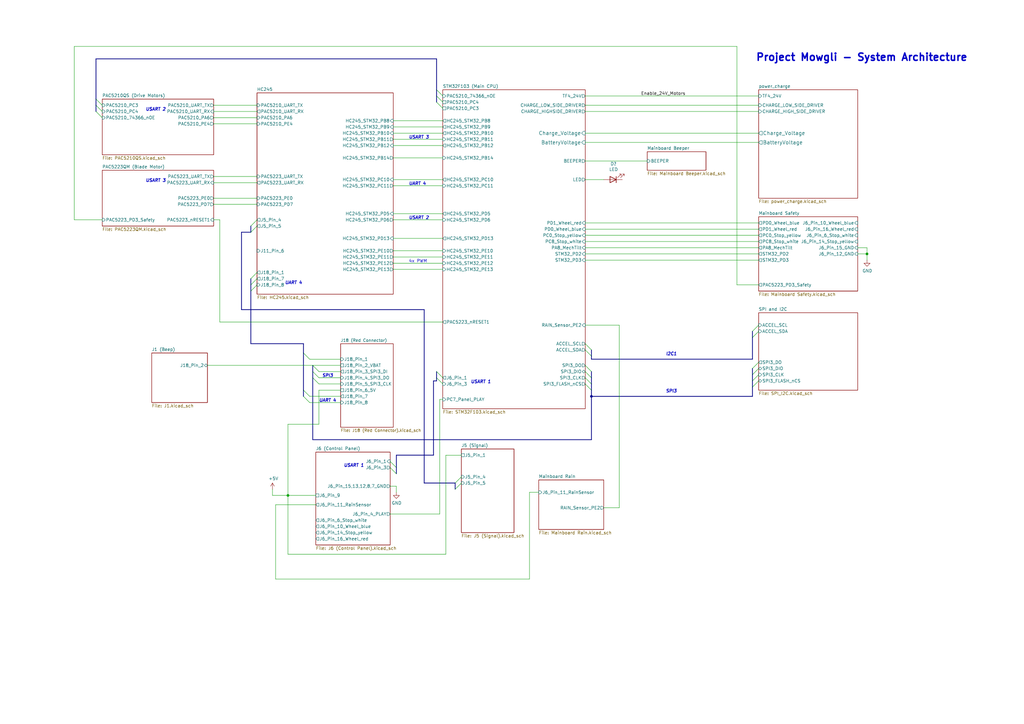
<source format=kicad_sch>
(kicad_sch (version 20211123) (generator eeschema)
  (paper "A3")
  (title_block (title "Project Mowgli") (date "2022-05-22") (rev "1.0.1") (comment 1 "(c) CyberNet / cn@warp.at") (comment 2 "https://github.com/cloudn1ne/Mowgli"))
  (lib_symbols
    (symbol "Device:LED" (pin_numbers hide) (pin_names (offset 1.016) hide)
      (property "Reference" "D" (at 0 2.54 0))
      (property "Value" "LED" (at 0 -2.54 0))
      (symbol "LED_0_1"
        (polyline (pts (xy -1.27 -1.27) (xy -1.27 1.27)) (stroke (width 0.254)))
        (polyline (pts (xy -1.27 0) (xy 1.27 0)))
        (polyline (pts (xy 1.27 -1.27) (xy 1.27 1.27) (xy -1.27 0) (xy 1.27 -1.27)) (stroke (width 0.254)))
        (polyline (pts (xy -3.048 -0.762) (xy -4.572 -2.286) (xy -3.81 -2.286) (xy -4.572 -2.286) (xy -4.572 -1.524)))
        (polyline (pts (xy -1.778 -0.762) (xy -3.302 -2.286) (xy -2.54 -2.286) (xy -3.302 -2.286) (xy -3.302 -1.524)))
      )
      (symbol "LED_1_1"
        (pin passive line (at -3.81 0 0) (length 2.54) (name "K") (number "1"))
        (pin passive line (at 3.81 0 180) (length 2.54) (name "A") (number "2"))
      )
    )
    (symbol "power:+5V" (power) (pin_names (offset 0))
      (property "Value" "+5V" (at 0 3.556 0))
      (symbol "+5V_0_1"
        (polyline (pts (xy -0.762 1.27) (xy 0 2.54)))
        (polyline (pts (xy 0 0) (xy 0 2.54)))
        (polyline (pts (xy 0 2.54) (xy 0.762 1.27)))
      )
      (symbol "+5V_1_1"
        (pin power_in line (at 0 0 90) (length 0) hide (name "+5V") (number "1"))
      )
    )
    (symbol "power:GND" (power) (pin_names (offset 0))
      (property "Value" "GND" (at 0 -3.81 0))
      (symbol "GND_0_1"
        (polyline (pts (xy 0 0) (xy 0 -1.27) (xy 1.27 -1.27) (xy 0 -2.54) (xy -1.27 -1.27) (xy 0 -1.27)))
      )
      (symbol "GND_1_1"
        (pin power_in line (at 0 0 270) (length 0) hide (name "GND") (number "1"))
      )
    )
  )
  (junction (at 242.57 162.56))
  (junction (at 118.11 203.2))
  (junction (at 355.6 104.14))
  (bus_entry (at 308.61 138.43) (size 2.54 -2.54))
  (bus_entry (at 179.07 39.37) (size 2.54 2.54))
  (bus_entry (at 102.87 114.3) (size 2.54 -2.54))
  (bus_entry (at 128.27 152.4) (size 2.54 2.54))
  (bus_entry (at 179.07 41.91) (size 2.54 2.54))
  (bus_entry (at 179.07 154.94) (size 2.54 2.54))
  (bus_entry (at 160.02 191.77) (size 2.54 2.54))
  (bus_entry (at 240.03 143.51) (size 2.54 2.54))
  (bus_entry (at 102.87 116.84) (size 2.54 -2.54))
  (bus_entry (at 240.03 154.94) (size 2.54 2.54))
  (bus_entry (at 240.03 152.4) (size 2.54 2.54))
  (bus_entry (at 308.61 153.67) (size 2.54 -2.54))
  (bus_entry (at 128.27 154.94) (size 2.54 2.54))
  (bus_entry (at 160.02 189.23) (size 2.54 2.54))
  (bus_entry (at 240.03 140.97) (size 2.54 2.54))
  (bus_entry (at 240.03 149.86) (size 2.54 2.54))
  (bus_entry (at 124.46 162.56) (size 2.54 2.54))
  (bus_entry (at 39.37 45.72) (size 2.54 2.54))
  (bus_entry (at 127 147.32) (size -2.54 -2.54))
  (bus_entry (at 308.61 156.21) (size 2.54 -2.54))
  (bus_entry (at 128.27 149.86) (size 2.54 2.54))
  (bus_entry (at 39.37 43.18) (size 2.54 2.54))
  (bus_entry (at 186.69 200.66) (size 2.54 -2.54))
  (bus_entry (at 124.46 160.02) (size 2.54 2.54))
  (bus_entry (at 102.87 119.38) (size 2.54 -2.54))
  (bus_entry (at 308.61 158.75) (size 2.54 -2.54))
  (bus_entry (at 240.03 157.48) (size 2.54 2.54))
  (bus_entry (at 102.87 92.71) (size 2.54 -2.54))
  (bus_entry (at 179.07 152.4) (size 2.54 2.54))
  (bus_entry (at 186.69 198.12) (size 2.54 -2.54))
  (bus_entry (at 308.61 135.89) (size 2.54 -2.54))
  (bus_entry (at 179.07 36.83) (size 2.54 2.54))
  (bus_entry (at 39.37 40.64) (size 2.54 2.54))
  (bus_entry (at 308.61 151.13) (size 2.54 -2.54))
  (bus_entry (at 102.87 95.25) (size 2.54 -2.54))
  (wire (pts (xy 139.7 147.32) (xy 127 147.32)))
  (bus (pts (xy 179.07 36.83) (xy 179.07 39.37)))
  (wire (pts (xy 217.17 237.49) (xy 113.03 237.49)))
  (wire (pts (xy 182.88 227.33) (xy 118.11 227.33)))
  (bus (pts (xy 173.99 198.12) (xy 173.99 127)))
  (bus (pts (xy 124.46 160.02) (xy 124.46 162.56)))
  (wire (pts (xy 105.41 83.82) (xy 87.63 83.82)))
  (bus (pts (xy 308.61 162.56) (xy 242.57 162.56)))
  (wire (pts (xy 240.03 39.37) (xy 311.15 39.37)))
  (wire (pts (xy 182.88 186.69) (xy 182.88 227.33)))
  (wire (pts (xy 217.17 201.93) (xy 217.17 237.49)))
  (wire (pts (xy 139.7 152.4) (xy 130.81 152.4)))
  (bus (pts (xy 177.8 186.69) (xy 177.8 156.21)))
  (wire (pts (xy 311.15 116.84) (xy 302.26 116.84)))
  (bus (pts (xy 242.57 147.32) (xy 308.61 147.32)))
  (bus (pts (xy 186.69 200.66) (xy 186.69 198.12)))
  (bus (pts (xy 102.87 140.97) (xy 124.46 140.97)))
  (wire (pts (xy 113.03 207.01) (xy 113.03 237.49)))
  (bus (pts (xy 179.07 154.94) (xy 179.07 156.21)))
  (wire (pts (xy 161.29 107.95) (xy 181.61 107.95)))
  (wire (pts (xy 161.29 57.15) (xy 181.61 57.15)))
  (wire (pts (xy 139.7 157.48) (xy 130.81 157.48)))
  (bus (pts (xy 128.27 149.86) (xy 128.27 152.4)))
  (bus (pts (xy 242.57 180.34) (xy 128.27 180.34)))
  (wire (pts (xy 118.11 227.33) (xy 118.11 203.2)))
  (bus (pts (xy 308.61 158.75) (xy 308.61 162.56)))
  (bus (pts (xy 242.57 160.02) (xy 242.57 162.56)))
  (wire (pts (xy 129.54 203.2) (xy 118.11 203.2)))
  (wire (pts (xy 161.29 64.77) (xy 181.61 64.77)))
  (wire (pts (xy 247.65 73.66) (xy 240.03 73.66)))
  (wire (pts (xy 240.03 66.04) (xy 265.43 66.04)))
  (wire (pts (xy 311.15 96.52) (xy 240.03 96.52)))
  (wire (pts (xy 85.09 149.86) (xy 128.27 149.86)))
  (wire (pts (xy 105.41 72.39) (xy 87.63 72.39)))
  (wire (pts (xy 181.61 110.49) (xy 161.29 110.49)))
  (wire (pts (xy 181.61 49.53) (xy 161.29 49.53)))
  (wire (pts (xy 30.48 19.05) (xy 30.48 90.17)))
  (wire (pts (xy 181.61 97.79) (xy 161.29 97.79)))
  (wire (pts (xy 189.23 186.69) (xy 182.88 186.69)))
  (wire (pts (xy 240.03 45.72) (xy 311.15 45.72)))
  (wire (pts (xy 162.56 199.39) (xy 162.56 201.93)))
  (wire (pts (xy 181.61 87.63) (xy 161.29 87.63)))
  (wire (pts (xy 128.27 149.86) (xy 139.7 149.86)))
  (bus (pts (xy 99.06 95.25) (xy 99.06 127)))
  (bus (pts (xy 308.61 135.89) (xy 308.61 138.43)))
  (bus (pts (xy 102.87 116.84) (xy 102.87 119.38)))
  (wire (pts (xy 311.15 58.42) (xy 240.03 58.42)))
  (wire (pts (xy 160.02 199.39) (xy 162.56 199.39)))
  (bus (pts (xy 162.56 191.77) (xy 162.56 194.31)))
  (wire (pts (xy 254 133.35) (xy 254 208.28)))
  (bus (pts (xy 102.87 114.3) (xy 102.87 116.84)))
  (wire (pts (xy 180.34 210.82) (xy 160.02 210.82)))
  (wire (pts (xy 311.15 43.18) (xy 240.03 43.18)))
  (wire (pts (xy 30.48 90.17) (xy 41.91 90.17)))
  (bus (pts (xy 39.37 24.13) (xy 39.37 40.64)))
  (wire (pts (xy 90.17 132.08) (xy 181.61 132.08)))
  (wire (pts (xy 118.11 173.99) (xy 118.11 203.2)))
  (wire (pts (xy 161.29 52.07) (xy 181.61 52.07)))
  (bus (pts (xy 179.07 152.4) (xy 179.07 154.94)))
  (bus (pts (xy 162.56 186.69) (xy 162.56 191.77)))
  (bus (pts (xy 102.87 119.38) (xy 102.87 140.97)))
  (wire (pts (xy 355.6 101.6) (xy 355.6 104.14)))
  (wire (pts (xy 311.15 91.44) (xy 240.03 91.44)))
  (wire (pts (xy 105.41 50.8) (xy 87.63 50.8)))
  (wire (pts (xy 180.34 163.83) (xy 180.34 210.82)))
  (wire (pts (xy 351.79 101.6) (xy 355.6 101.6)))
  (bus (pts (xy 162.56 186.69) (xy 177.8 186.69)))
  (bus (pts (xy 308.61 138.43) (xy 308.61 147.32)))
  (bus (pts (xy 242.57 157.48) (xy 242.57 160.02)))
  (bus (pts (xy 242.57 154.94) (xy 242.57 157.48)))
  (bus (pts (xy 308.61 153.67) (xy 308.61 156.21)))
  (wire (pts (xy 181.61 105.41) (xy 161.29 105.41)))
  (wire (pts (xy 90.17 90.17) (xy 90.17 132.08)))
  (bus (pts (xy 177.8 156.21) (xy 179.07 156.21)))
  (bus (pts (xy 128.27 152.4) (xy 128.27 154.94)))
  (wire (pts (xy 130.81 160.02) (xy 130.81 173.99)))
  (bus (pts (xy 242.57 146.05) (xy 242.57 147.32)))
  (wire (pts (xy 130.81 154.94) (xy 139.7 154.94)))
  (bus (pts (xy 39.37 24.13) (xy 179.07 24.13)))
  (bus (pts (xy 39.37 40.64) (xy 39.37 43.18)))
  (bus (pts (xy 124.46 140.97) (xy 124.46 144.78)))
  (wire (pts (xy 127 162.56) (xy 139.7 162.56)))
  (wire (pts (xy 311.15 106.68) (xy 240.03 106.68)))
  (wire (pts (xy 87.63 90.17) (xy 90.17 90.17)))
  (bus (pts (xy 308.61 151.13) (xy 308.61 153.67)))
  (wire (pts (xy 302.26 19.05) (xy 30.48 19.05)))
  (wire (pts (xy 130.81 173.99) (xy 118.11 173.99)))
  (bus (pts (xy 308.61 156.21) (xy 308.61 158.75)))
  (wire (pts (xy 161.29 102.87) (xy 181.61 102.87)))
  (wire (pts (xy 311.15 104.14) (xy 240.03 104.14)))
  (wire (pts (xy 87.63 74.93) (xy 105.41 74.93)))
  (bus (pts (xy 242.57 152.4) (xy 242.57 154.94)))
  (wire (pts (xy 139.7 165.1) (xy 127 165.1)))
  (wire (pts (xy 181.61 73.66) (xy 161.29 73.66)))
  (wire (pts (xy 302.26 116.84) (xy 302.26 19.05)))
  (wire (pts (xy 181.61 59.69) (xy 161.29 59.69)))
  (wire (pts (xy 311.15 54.61) (xy 240.03 54.61)))
  (bus (pts (xy 128.27 154.94) (xy 128.27 180.34)))
  (wire (pts (xy 129.54 207.01) (xy 113.03 207.01)))
  (bus (pts (xy 173.99 198.12) (xy 186.69 198.12)))
  (bus (pts (xy 242.57 143.51) (xy 242.57 146.05)))
  (wire (pts (xy 181.61 54.61) (xy 161.29 54.61)))
  (wire (pts (xy 161.29 90.17) (xy 181.61 90.17)))
  (bus (pts (xy 99.06 127) (xy 173.99 127)))
  (wire (pts (xy 139.7 160.02) (xy 130.81 160.02)))
  (wire (pts (xy 240.03 133.35) (xy 254 133.35)))
  (wire (pts (xy 111.76 203.2) (xy 111.76 200.66)))
  (wire (pts (xy 161.29 76.2) (xy 181.61 76.2)))
  (bus (pts (xy 124.46 144.78) (xy 124.46 160.02)))
  (wire (pts (xy 181.61 163.83) (xy 180.34 163.83)))
  (wire (pts (xy 240.03 93.98) (xy 311.15 93.98)))
  (bus (pts (xy 102.87 92.71) (xy 102.87 95.25)))
  (bus (pts (xy 179.07 39.37) (xy 179.07 41.91)))
  (wire (pts (xy 105.41 48.26) (xy 87.63 48.26)))
  (wire (pts (xy 351.79 104.14) (xy 355.6 104.14)))
  (wire (pts (xy 105.41 43.18) (xy 87.63 43.18)))
  (wire (pts (xy 220.98 201.93) (xy 217.17 201.93)))
  (wire (pts (xy 355.6 106.68) (xy 355.6 104.14)))
  (bus (pts (xy 179.07 24.13) (xy 179.07 36.83)))
  (bus (pts (xy 102.87 95.25) (xy 99.06 95.25)))
  (wire (pts (xy 105.41 81.28) (xy 87.63 81.28)))
  (wire (pts (xy 311.15 101.6) (xy 240.03 101.6)))
  (wire (pts (xy 118.11 203.2) (xy 111.76 203.2)))
  (wire (pts (xy 254 208.28) (xy 247.65 208.28)))
  (wire (pts (xy 311.15 99.06) (xy 240.03 99.06)))
  (bus (pts (xy 242.57 162.56) (xy 242.57 180.34)))
  (wire (pts (xy 105.41 45.72) (xy 87.63 45.72)))
  (bus (pts (xy 39.37 43.18) (xy 39.37 45.72)))
  (text "I2C1" (at 273.05 146.05 0) (effects (font (size 1.27 1.27) (thickness 0.254) bold italic) (justify left bottom)))
  (text "USART 3" (at 167.64 57.15 0) (effects (font (size 1.27 1.27) (thickness 0.254) bold italic) (justify left bottom)))
  (text "USART 1" (at 193.04 157.48 0) (effects (font (size 1.27 1.27) (thickness 0.254) bold italic) (justify left bottom)))
  (text "SPI3" (at 273.05 161.29 0) (effects (font (size 1.27 1.27) (thickness 0.254) bold italic) (justify left bottom)))
  (text "USART 2" (at 59.69 45.72 0) (effects (font (size 1.27 1.27) (thickness 0.254) bold italic) (justify left bottom)))
  (text "UART 4" (at 130.81 165.1 0) (effects (font (size 1.27 1.27) (thickness 0.254) bold italic) (justify left bottom)))
  (text "UART 4" (at 167.64 76.2 0) (effects (font (size 1.27 1.27) (thickness 0.254) bold italic) (justify left bottom)))
  (text "SPI3" (at 132.08 154.94 0) (effects (font (size 1.27 1.27) (thickness 0.254) bold italic) (justify left bottom)))
  (text "4x PWM" (at 167.64 107.95 0) (effects (font (size 1.27 1.27)) (justify left bottom)))
  (text "USART 1" (at 140.97 191.77 0) (effects (font (size 1.27 1.27) (thickness 0.254) bold italic) (justify left bottom)))
  (text "USART 2" (at 167.64 90.17 0) (effects (font (size 1.27 1.27) (thickness 0.254) bold italic) (justify left bottom)))
  (text "USART 3" (at 59.69 74.93 0) (effects (font (size 1.27 1.27) (thickness 0.254) bold italic) (justify left bottom)))
  (text "Project Mowgli - System Architecture" (at 309.88 25.4 0) (effects (font (size 2.9972 2.9972) (thickness 0.5994) bold) (justify left bottom)))
  (text "UART 4" (at 116.84 116.84 0) (effects (font (size 1.27 1.27) (thickness 0.254) bold italic) (justify left bottom)))
  (label "Enable_24V_Motors" (at 262.89 39.37 0))
  (symbol (lib_id "Device:LED") (at 251.46 73.66 180) (unit 1)
    (property "Reference" "D?" (at 251.6378 67.183 0))
    (property "Value" "LED" (at 251.6378 69.4944 0))
  )
  (symbol (lib_id "power:+5V") (at 111.76 200.66 0) (unit 1)
    (property "Reference" "#PWR?" (effects hide))
    (property "Value" "+5V" (at 112.141 196.2658 0))
  )
  (symbol (lib_id "power:GND") (at 355.6 106.68 0) (unit 1)
    (property "Reference" "#PWR?" (effects hide))
    (property "Value" "GND" (at 355.727 111.0742 0))
  )
  (symbol (lib_id "power:GND") (at 162.56 201.93 0) (unit 1)
    (property "Reference" "#PWR?" (effects hide))
    (property "Value" "GND" (at 162.687 206.3242 0))
  )
  (sheet (at 41.91 40.64) (size 45.72 22.86)
    (property "Sheet name" "PAC5210QS (Drive Motors)" (at 41.91 39.9284 0) (effects (justify left bottom)))
    (property "Sheet file" "PAC5210QS.kicad_sch" (at 41.91 64.0846 0) (effects (justify left top)))
    (pin "PAC5210_UART_TX" output (at 87.63 43.18 0))
    (pin "PAC5210_UART_RX" input (at 87.63 45.72 0))
    (pin "PAC5210_PC4" input (at 41.91 45.72 180))
    (pin "PAC5210_74366_nOE" input (at 41.91 48.26 180))
    (pin "PAC5210_PC3" input (at 41.91 43.18 180))
    (pin "PAC5210_PA6" output (at 87.63 48.26 0))
    (pin "PAC5210_PE4" output (at 87.63 50.8 0))
  )
  (sheet (at 105.41 38.1) (size 55.88 82.55)
    (property "Sheet name" "HC245" (at 105.41 37.3884 0) (effects (justify left bottom)))
    (property "Sheet file" "HC245.kicad_sch" (at 105.41 121.2346 0) (effects (justify left top)))
    (pin "PAC5210_UART_TX" input (at 105.41 43.18 180))
    (pin "PAC5210_UART_RX" output (at 105.41 45.72 180))
    (pin "PAC5223_UART_TX" input (at 105.41 72.39 180))
    (pin "PAC5223_UART_RX" output (at 105.41 74.93 180))
    (pin "J5_Pin_5" output (at 105.41 92.71 180))
    (pin "J5_Pin_4" output (at 105.41 90.17 180))
    (pin "J18_Pin_1" output (at 105.41 111.76 180))
    (pin "J18_Pin_7" output (at 105.41 114.3 180))
    (pin "PAC5223_PD7" input (at 105.41 83.82 180))
    (pin "PAC5223_PE0" input (at 105.41 81.28 180))
    (pin "PAC5210_PA6" input (at 105.41 48.26 180))
    (pin "PAC5210_PE4" input (at 105.41 50.8 180))
    (pin "J11_Pin_6" input (at 105.41 102.87 180))
    (pin "HC245_STM32_PE10" output (at 161.29 102.87 0))
    (pin "HC245_STM32_PE11" output (at 161.29 105.41 0))
    (pin "HC245_STM32_PE12" output (at 161.29 107.95 0))
    (pin "HC245_STM32_PE13" output (at 161.29 110.49 0))
    (pin "HC245_STM32_PB14" output (at 161.29 64.77 0))
    (pin "HC245_STM32_PD6" output (at 161.29 90.17 0))
    (pin "HC245_STM32_PB11" output (at 161.29 57.15 0))
    (pin "HC245_STM32_PC11" output (at 161.29 76.2 0))
    (pin "HC245_STM32_PD5" input (at 161.29 87.63 0))
    (pin "HC245_STM32_PB10" input (at 161.29 54.61 0))
    (pin "HC245_STM32_PC10" input (at 161.29 73.66 0))
    (pin "HC245_STM32_PD13" input (at 161.29 97.79 0))
    (pin "HC245_STM32_PB8" input (at 161.29 49.53 0))
    (pin "HC245_STM32_PB9" input (at 161.29 52.07 0))
    (pin "HC245_STM32_PB12" input (at 161.29 59.69 0))
    (pin "J18_Pin_8" input (at 105.41 116.84 180))
  )
  (sheet (at 41.91 69.85) (size 45.72 22.86)
    (property "Sheet name" "PAC5223QM (Blade Motor)" (at 41.91 69.1384 0) (effects (justify left bottom)))
    (property "Sheet file" "PAC5223QM.kicad_sch" (at 41.91 93.2946 0) (effects (justify left top)))
    (pin "PAC5223_UART_TX" output (at 87.63 72.39 0))
    (pin "PAC5223_UART_RX" input (at 87.63 74.93 0))
    (pin "PAC5223_nRESET1" input (at 87.63 90.17 0))
    (pin "PAC5223_PE0" output (at 87.63 81.28 0))
    (pin "PAC5223_PD7" output (at 87.63 83.82 0))
    (pin "PAC5223_PD3_Safety" input (at 41.91 90.17 180))
  )
  (sheet (at 181.61 36.83) (size 58.42 130.81)
    (property "Sheet name" "STM32F103 (Main CPU)" (at 181.61 36.1184 0) (effects (justify left bottom)))
    (property "Sheet file" "STM32F103.kicad_sch" (at 181.61 168.2246 0) (effects (justify left top)))
    (pin "PAC5223_nRESET1" output (at 181.61 132.08 180))
    (pin "PAC5210_PC4" passive (at 181.61 41.91 180))
    (pin "PAC5210_74366_nOE" input (at 181.61 39.37 180))
    (pin "PAC5210_PC3" passive (at 181.61 44.45 180))
    (pin "TF4_24V" output (at 240.03 39.37 0))
    (pin "LED" output (at 240.03 73.66 0))
    (pin "HC245_STM32_PE10" input (at 181.61 102.87 180))
    (pin "HC245_STM32_PE12" input (at 181.61 107.95 180))
    (pin "HC245_STM32_PE13" input (at 181.61 110.49 180))
    (pin "HC245_STM32_PE11" input (at 181.61 105.41 180))
    (pin "HC245_STM32_PB14" input (at 181.61 64.77 180))
    (pin "HC245_STM32_PD13" output (at 181.61 97.79 180))
    (pin "HC245_STM32_PB8" output (at 181.61 49.53 180))
    (pin "HC245_STM32_PB9" output (at 181.61 52.07 180))
    (pin "HC245_STM32_PB12" output (at 181.61 59.69 180))
    (pin "HC245_STM32_PD5" output (at 181.61 87.63 180))
    (pin "HC245_STM32_PD6" input (at 181.61 90.17 180))
    (pin "HC245_STM32_PB10" output (at 181.61 54.61 180))
    (pin "HC245_STM32_PB11" input (at 181.61 57.15 180))
    (pin "HC245_STM32_PC10" output (at 181.61 73.66 180))
    (pin "HC245_STM32_PC11" input (at 181.61 76.2 180))
    (pin "J6_Pin_1" output (at 181.61 154.94 180))
    (pin "J6_Pin_3" input (at 181.61 157.48 180))
    (pin "SPI3_DIO" bidirectional (at 240.03 152.4 0))
    (pin "SPI3_CLK" output (at 240.03 154.94 0))
    (pin "SPI3_FLASH_nCS" output (at 240.03 157.48 0))
    (pin "SPI3_DO" output (at 240.03 149.86 0))
    (pin "ACCEL_SCL" output (at 240.03 140.97 0))
    (pin "ACCEL_SDA" output (at 240.03 143.51 0))
    (pin "CHARGE_LOW_SIDE_DRIVER" output (at 240.03 43.18 0))
    (pin "CHARGE_HIGHSIDE_DRIVER" output (at 240.03 45.72 0))
    (pin "Charge_Voltage" input (at 240.03 54.61 0) (effects (font (size 1.4986 1.4986))))
    (pin "BatteryVoltage" input (at 240.03 58.42 0) (effects (font (size 1.4986 1.4986))))
    (pin "RAIN_Sensor_PE2" input (at 240.03 133.35 0))
    (pin "BEEPER" output (at 240.03 66.04 0))
    (pin "PD1_Wheel_red" input (at 240.03 91.44 0))
    (pin "PD0_Wheel_blue" input (at 240.03 93.98 0))
    (pin "PC0_Stop_yellow" input (at 240.03 96.52 0))
    (pin "PC8_Stop_white" input (at 240.03 99.06 0))
    (pin "PA8_MechTilt" input (at 240.03 101.6 0))
    (pin "STM32_PD2" input (at 240.03 104.14 0))
    (pin "STM32_PD3" input (at 240.03 106.68 0))
    (pin "PC7_Panel_PLAY" input (at 181.61 163.83 180))
  )
  (sheet (at 311.15 36.83) (size 40.64 44.45)
    (property "Sheet name" "power_charge" (at 311.15 36.1184 0) (effects (justify left bottom)))
    (property "Sheet file" "power_charge.kicad_sch" (at 311.15 81.8646 0) (effects (justify left top)))
    (pin "TF4_24V" input (at 311.15 39.37 180))
    (pin "CHARGE_LOW_SIDE_DRIVER" input (at 311.15 43.18 180))
    (pin "CHARGE_HIGH_SIDE_DRIVER" input (at 311.15 45.72 180))
    (pin "Charge_Voltage" output (at 311.15 54.61 180) (effects (font (size 1.4986 1.4986))))
    (pin "BatteryVoltage" output (at 311.15 58.42 180) (effects (font (size 1.4986 1.4986))))
  )
  (sheet (at 139.7 140.97) (size 21.59 34.29)
    (property "Sheet name" "J18 (Red Connector)" (at 139.7 140.2965 0) (effects (font (size 1.1938 1.1938)) (justify left bottom)))
    (property "Sheet file" "J18 (Red Connector).kicad_sch" (at 139.7 175.8141 0) (effects (font (size 1.1938 1.1938)) (justify left top)))
    (pin "J18_Pin_1" input (at 139.7 147.32 180))
    (pin "J18_Pin_7" output (at 139.7 162.56 180))
    (pin "J18_Pin_8" input (at 139.7 165.1 180))
    (pin "J18_Pin_2_VBAT" passive (at 139.7 149.86 180))
    (pin "J18_Pin_6_5V" passive (at 139.7 160.02 180))
    (pin "J18_Pin_5_SPI3_CLK" input (at 139.7 157.48 180))
    (pin "J18_Pin_4_SPI3_DO" input (at 139.7 154.94 180))
    (pin "J18_Pin_3_SPI3_DI" output (at 139.7 152.4 180))
  )
  (sheet (at 129.54 185.42) (size 30.48 38.1)
    (property "Sheet name" "J6 (Control Panel)" (at 129.54 184.7084 0) (effects (justify left bottom)))
    (property "Sheet file" "J6 (Control Panel).kicad_sch" (at 129.54 224.1046 0) (effects (justify left top)))
    (pin "J6_Pin_9" passive (at 129.54 203.2 180))
    (pin "J6_Pin_1" input (at 160.02 189.23 0))
    (pin "J6_Pin_3" output (at 160.02 191.77 0))
    (pin "J6_Pin_10_Wheel_blue" output (at 129.54 215.9 180))
    (pin "J6_Pin_14_Stop_yellow" output (at 129.54 218.44 180))
    (pin "J6_Pin_6_Stop_white" output (at 129.54 213.36 180))
    (pin "J6_Pin_16_Wheel_red" output (at 129.54 220.98 180))
    (pin "J6_Pin_4_PLAY" output (at 160.02 210.82 0))
    (pin "J6_Pin_11_RainSensor" output (at 129.54 207.01 180))
    (pin "J6_Pin_15,13,12,8,7_GND" output (at 160.02 199.39 0))
  )
  (sheet (at 189.23 184.15) (size 21.59 34.29)
    (property "Sheet name" "J5 (Signal)" (at 189.23 183.4384 0) (effects (justify left bottom)))
    (property "Sheet file" "J5 (Signal).kicad_sch" (at 189.23 219.0246 0) (effects (justify left top)))
    (pin "J5_Pin_1" passive (at 189.23 186.69 180))
    (pin "J5_Pin_4" input (at 189.23 195.58 180))
    (pin "J5_Pin_5" input (at 189.23 198.12 180))
  )
  (sheet (at 311.15 128.27) (size 40.64 31.75)
    (property "Sheet name" "SPI and I2C" (at 311.15 127.5584 0) (effects (justify left bottom)))
    (property "Sheet file" "SPI_I2C.kicad_sch" (at 311.15 160.6046 0) (effects (justify left top)))
    (pin "SPI3_DIO" bidirectional (at 311.15 151.13 180))
    (pin "SPI3_CLK" input (at 311.15 153.67 180))
    (pin "SPI3_FLASH_nCS" bidirectional (at 311.15 156.21 180))
    (pin "SPI3_DO" output (at 311.15 148.59 180))
    (pin "ACCEL_SCL" input (at 311.15 133.35 180))
    (pin "ACCEL_SDA" input (at 311.15 135.89 180))
  )
  (sheet (at 62.23 144.78) (size 22.86 20.32)
    (property "Sheet name" "J1 (Beep)" (at 62.23 144.0684 0) (effects (justify left bottom)))
    (property "Sheet file" "J1.kicad_sch" (at 62.23 165.6846 0) (effects (justify left top)))
    (pin "J18_Pin_2" bidirectional (at 85.09 149.86 0))
  )
  (sheet (at 220.98 196.85) (size 26.67 20.32)
    (property "Sheet name" "Mainboard Rain" (at 220.98 196.1384 0) (effects (justify left bottom)))
    (property "Sheet file" "Mainboard Rain.kicad_sch" (at 220.98 217.7546 0) (effects (justify left top)))
    (pin "J6_Pin_11_RainSensor" input (at 220.98 201.93 180))
    (pin "RAIN_Sensor_PE2" output (at 247.65 208.28 0))
  )
  (sheet (at 311.15 88.9) (size 40.64 30.48)
    (property "Sheet name" "Mainboard Safety" (at 311.15 88.1884 0) (effects (justify left bottom)))
    (property "Sheet file" "Mainboard Safety.kicad_sch" (at 311.15 119.9646 0) (effects (justify left top)))
    (pin "J6_Pin_16_Wheel_red" input (at 351.79 93.98 0))
    (pin "J6_Pin_10_Wheel_blue" input (at 351.79 91.44 0))
    (pin "PD1_Wheel_red" output (at 311.15 93.98 180))
    (pin "PD0_Wheel_blue" output (at 311.15 91.44 180))
    (pin "J6_Pin_6_Stop_white" input (at 351.79 96.52 0))
    (pin "J6_Pin_14_Stop_yellow" input (at 351.79 99.06 0))
    (pin "PC0_Stop_yellow" output (at 311.15 96.52 180))
    (pin "STM32_PD2" output (at 311.15 104.14 180))
    (pin "PC8_Stop_white" output (at 311.15 99.06 180))
    (pin "STM32_PD3" output (at 311.15 106.68 180))
    (pin "J6_Pin_15_GND" input (at 351.79 101.6 0))
    (pin "J6_Pin_12_GND" input (at 351.79 104.14 0))
    (pin "PA8_MechTilt" output (at 311.15 101.6 180))
    (pin "PAC5223_PD3_Safety" output (at 311.15 116.84 180))
  )
  (sheet (at 265.43 62.23) (size 24.13 7.62)
    (property "Sheet name" "Mainboard Beeper" (at 265.43 61.5184 0) (effects (justify left bottom)))
    (property "Sheet file" "Mainboard Beeper.kicad_sch" (at 265.43 70.4346 0) (effects (justify left top)))
    (pin "BEEPER" input (at 265.43 66.04 180))
  )
)
</source>
